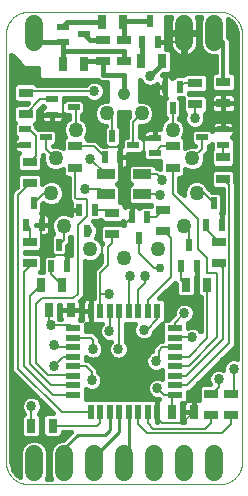
<source format=gtl>
G75*
%MOIN*%
%OFA0B0*%
%FSLAX25Y25*%
%IPPOS*%
%LPD*%
%AMOC8*
5,1,8,0,0,1.08239X$1,22.5*
%
%ADD10C,0.00000*%
%ADD11C,0.04961*%
%ADD12R,0.05000X0.02200*%
%ADD13R,0.02200X0.05000*%
%ADD14C,0.06000*%
%ADD15R,0.01969X0.03937*%
%ADD16R,0.03150X0.04724*%
%ADD17R,0.04724X0.03150*%
%ADD18R,0.03937X0.01969*%
%ADD19R,0.05906X0.03543*%
%ADD20C,0.04156*%
%ADD21C,0.01600*%
%ADD22C,0.00800*%
%ADD23C,0.03369*%
%ADD24C,0.01200*%
%ADD25C,0.01000*%
%ADD26C,0.02975*%
D10*
X0001800Y0009513D02*
X0001800Y0151994D01*
X0001802Y0152175D01*
X0001809Y0152356D01*
X0001820Y0152537D01*
X0001835Y0152718D01*
X0001855Y0152898D01*
X0001879Y0153078D01*
X0001907Y0153257D01*
X0001940Y0153435D01*
X0001977Y0153612D01*
X0002018Y0153789D01*
X0002063Y0153964D01*
X0002113Y0154139D01*
X0002167Y0154312D01*
X0002225Y0154483D01*
X0002287Y0154654D01*
X0002354Y0154822D01*
X0002424Y0154989D01*
X0002498Y0155155D01*
X0002577Y0155318D01*
X0002659Y0155479D01*
X0002745Y0155639D01*
X0002835Y0155796D01*
X0002929Y0155951D01*
X0003026Y0156104D01*
X0003128Y0156254D01*
X0003232Y0156402D01*
X0003341Y0156548D01*
X0003452Y0156690D01*
X0003568Y0156830D01*
X0003686Y0156967D01*
X0003808Y0157102D01*
X0003933Y0157233D01*
X0004061Y0157361D01*
X0004192Y0157486D01*
X0004327Y0157608D01*
X0004464Y0157726D01*
X0004604Y0157842D01*
X0004746Y0157953D01*
X0004892Y0158062D01*
X0005040Y0158166D01*
X0005190Y0158268D01*
X0005343Y0158365D01*
X0005498Y0158459D01*
X0005655Y0158549D01*
X0005815Y0158635D01*
X0005976Y0158717D01*
X0006139Y0158796D01*
X0006305Y0158870D01*
X0006472Y0158940D01*
X0006640Y0159007D01*
X0006811Y0159069D01*
X0006982Y0159127D01*
X0007155Y0159181D01*
X0007330Y0159231D01*
X0007505Y0159276D01*
X0007682Y0159317D01*
X0007859Y0159354D01*
X0008037Y0159387D01*
X0008216Y0159415D01*
X0008396Y0159439D01*
X0008576Y0159459D01*
X0008757Y0159474D01*
X0008938Y0159485D01*
X0009119Y0159492D01*
X0009300Y0159494D01*
X0073040Y0159494D01*
X0073221Y0159492D01*
X0073402Y0159485D01*
X0073583Y0159474D01*
X0073764Y0159459D01*
X0073944Y0159439D01*
X0074124Y0159415D01*
X0074303Y0159387D01*
X0074481Y0159354D01*
X0074658Y0159317D01*
X0074835Y0159276D01*
X0075010Y0159231D01*
X0075185Y0159181D01*
X0075358Y0159127D01*
X0075529Y0159069D01*
X0075700Y0159007D01*
X0075868Y0158940D01*
X0076035Y0158870D01*
X0076201Y0158796D01*
X0076364Y0158717D01*
X0076525Y0158635D01*
X0076685Y0158549D01*
X0076842Y0158459D01*
X0076997Y0158365D01*
X0077150Y0158268D01*
X0077300Y0158166D01*
X0077448Y0158062D01*
X0077594Y0157953D01*
X0077736Y0157842D01*
X0077876Y0157726D01*
X0078013Y0157608D01*
X0078148Y0157486D01*
X0078279Y0157361D01*
X0078407Y0157233D01*
X0078532Y0157102D01*
X0078654Y0156967D01*
X0078772Y0156830D01*
X0078888Y0156690D01*
X0078999Y0156548D01*
X0079108Y0156402D01*
X0079212Y0156254D01*
X0079314Y0156104D01*
X0079411Y0155951D01*
X0079505Y0155796D01*
X0079595Y0155639D01*
X0079681Y0155479D01*
X0079763Y0155318D01*
X0079842Y0155155D01*
X0079916Y0154989D01*
X0079986Y0154822D01*
X0080053Y0154654D01*
X0080115Y0154483D01*
X0080173Y0154312D01*
X0080227Y0154139D01*
X0080277Y0153964D01*
X0080322Y0153789D01*
X0080363Y0153612D01*
X0080400Y0153435D01*
X0080433Y0153257D01*
X0080461Y0153078D01*
X0080485Y0152898D01*
X0080505Y0152718D01*
X0080520Y0152537D01*
X0080531Y0152356D01*
X0080538Y0152175D01*
X0080540Y0151994D01*
X0080540Y0009513D01*
X0080538Y0009332D01*
X0080531Y0009151D01*
X0080520Y0008970D01*
X0080505Y0008789D01*
X0080485Y0008609D01*
X0080461Y0008429D01*
X0080433Y0008250D01*
X0080400Y0008072D01*
X0080363Y0007895D01*
X0080322Y0007718D01*
X0080277Y0007543D01*
X0080227Y0007368D01*
X0080173Y0007195D01*
X0080115Y0007024D01*
X0080053Y0006853D01*
X0079986Y0006685D01*
X0079916Y0006518D01*
X0079842Y0006352D01*
X0079763Y0006189D01*
X0079681Y0006028D01*
X0079595Y0005868D01*
X0079505Y0005711D01*
X0079411Y0005556D01*
X0079314Y0005403D01*
X0079212Y0005253D01*
X0079108Y0005105D01*
X0078999Y0004959D01*
X0078888Y0004817D01*
X0078772Y0004677D01*
X0078654Y0004540D01*
X0078532Y0004405D01*
X0078407Y0004274D01*
X0078279Y0004146D01*
X0078148Y0004021D01*
X0078013Y0003899D01*
X0077876Y0003781D01*
X0077736Y0003665D01*
X0077594Y0003554D01*
X0077448Y0003445D01*
X0077300Y0003341D01*
X0077150Y0003239D01*
X0076997Y0003142D01*
X0076842Y0003048D01*
X0076685Y0002958D01*
X0076525Y0002872D01*
X0076364Y0002790D01*
X0076201Y0002711D01*
X0076035Y0002637D01*
X0075868Y0002567D01*
X0075700Y0002500D01*
X0075529Y0002438D01*
X0075358Y0002380D01*
X0075185Y0002326D01*
X0075010Y0002276D01*
X0074835Y0002231D01*
X0074658Y0002190D01*
X0074481Y0002153D01*
X0074303Y0002120D01*
X0074124Y0002092D01*
X0073944Y0002068D01*
X0073764Y0002048D01*
X0073583Y0002033D01*
X0073402Y0002022D01*
X0073221Y0002015D01*
X0073040Y0002013D01*
X0009300Y0002013D01*
X0009119Y0002015D01*
X0008938Y0002022D01*
X0008757Y0002033D01*
X0008576Y0002048D01*
X0008396Y0002068D01*
X0008216Y0002092D01*
X0008037Y0002120D01*
X0007859Y0002153D01*
X0007682Y0002190D01*
X0007505Y0002231D01*
X0007330Y0002276D01*
X0007155Y0002326D01*
X0006982Y0002380D01*
X0006811Y0002438D01*
X0006640Y0002500D01*
X0006472Y0002567D01*
X0006305Y0002637D01*
X0006139Y0002711D01*
X0005976Y0002790D01*
X0005815Y0002872D01*
X0005655Y0002958D01*
X0005498Y0003048D01*
X0005343Y0003142D01*
X0005190Y0003239D01*
X0005040Y0003341D01*
X0004892Y0003445D01*
X0004746Y0003554D01*
X0004604Y0003665D01*
X0004464Y0003781D01*
X0004327Y0003899D01*
X0004192Y0004021D01*
X0004061Y0004146D01*
X0003933Y0004274D01*
X0003808Y0004405D01*
X0003686Y0004540D01*
X0003568Y0004677D01*
X0003452Y0004817D01*
X0003341Y0004959D01*
X0003232Y0005105D01*
X0003128Y0005253D01*
X0003026Y0005403D01*
X0002929Y0005556D01*
X0002835Y0005711D01*
X0002745Y0005868D01*
X0002659Y0006028D01*
X0002577Y0006189D01*
X0002498Y0006352D01*
X0002424Y0006518D01*
X0002354Y0006685D01*
X0002287Y0006853D01*
X0002225Y0007024D01*
X0002167Y0007195D01*
X0002113Y0007368D01*
X0002063Y0007543D01*
X0002018Y0007718D01*
X0001977Y0007895D01*
X0001940Y0008072D01*
X0001907Y0008250D01*
X0001879Y0008429D01*
X0001855Y0008609D01*
X0001835Y0008789D01*
X0001820Y0008970D01*
X0001809Y0009151D01*
X0001802Y0009332D01*
X0001800Y0009513D01*
D11*
X0029845Y0080360D03*
X0021114Y0088095D03*
X0016978Y0099001D03*
X0018384Y0110580D03*
X0025010Y0120180D03*
X0035338Y0125600D03*
X0047002Y0125600D03*
X0057330Y0120180D03*
X0063956Y0110580D03*
X0065362Y0099001D03*
X0061226Y0088095D03*
X0052495Y0080360D03*
X0041170Y0077569D03*
D12*
X0024270Y0053907D03*
X0024270Y0050757D03*
X0024270Y0047608D03*
X0024270Y0044458D03*
X0024270Y0041309D03*
X0024270Y0038159D03*
X0024270Y0035009D03*
X0024270Y0031860D03*
X0058070Y0031860D03*
X0058070Y0035009D03*
X0058070Y0038159D03*
X0058070Y0041309D03*
X0058070Y0044458D03*
X0058070Y0047608D03*
X0058070Y0050757D03*
X0058070Y0053907D03*
D13*
X0052194Y0059783D03*
X0049044Y0059783D03*
X0045894Y0059783D03*
X0042745Y0059783D03*
X0039595Y0059783D03*
X0036446Y0059783D03*
X0033296Y0059783D03*
X0030146Y0059783D03*
X0030146Y0025983D03*
X0033296Y0025983D03*
X0036446Y0025983D03*
X0039595Y0025983D03*
X0042745Y0025983D03*
X0045894Y0025983D03*
X0049044Y0025983D03*
X0052194Y0025983D03*
D14*
X0051170Y0012100D02*
X0051170Y0006100D01*
X0041170Y0006100D02*
X0041170Y0012100D01*
X0031170Y0012100D02*
X0031170Y0006100D01*
X0021170Y0006100D02*
X0021170Y0012100D01*
X0011170Y0012100D02*
X0011170Y0006100D01*
X0061170Y0006100D02*
X0061170Y0012100D01*
X0071170Y0012100D02*
X0071170Y0006100D01*
X0071170Y0149407D02*
X0071170Y0155407D01*
X0061170Y0155407D02*
X0061170Y0149407D01*
X0011170Y0149407D02*
X0011170Y0155407D01*
D15*
X0034741Y0110970D03*
X0037300Y0118057D03*
X0039859Y0110970D03*
X0031359Y0093557D03*
X0028800Y0086470D03*
X0026241Y0093557D03*
X0019517Y0081860D03*
X0022076Y0074773D03*
X0016957Y0074773D03*
X0013733Y0088553D03*
X0011174Y0095639D03*
X0008615Y0088553D03*
X0043741Y0091057D03*
X0046300Y0083970D03*
X0048859Y0091057D03*
X0060265Y0074773D03*
X0062824Y0081860D03*
X0065383Y0074773D03*
X0068607Y0088553D03*
X0071166Y0095639D03*
X0073725Y0088553D03*
X0057355Y0127470D03*
X0054796Y0134557D03*
X0059914Y0134557D03*
X0052359Y0149470D03*
X0049800Y0156557D03*
X0047241Y0149470D03*
D16*
X0046757Y0143013D03*
X0053843Y0143013D03*
X0040843Y0156013D03*
X0033757Y0156013D03*
X0027843Y0142013D03*
X0020757Y0142013D03*
X0020627Y0068521D03*
X0023343Y0060013D03*
X0016257Y0060013D03*
X0013540Y0068521D03*
X0010257Y0021513D03*
X0017343Y0021513D03*
X0057257Y0026013D03*
X0064343Y0026013D03*
X0061780Y0068506D03*
X0068867Y0068506D03*
D17*
X0072666Y0075773D03*
X0072666Y0082860D03*
X0074166Y0103832D03*
X0074166Y0110919D03*
X0074300Y0128970D03*
X0074300Y0136057D03*
X0064942Y0135801D03*
X0064942Y0128714D03*
X0057418Y0114643D03*
X0057418Y0107557D03*
X0054300Y0093557D03*
X0054300Y0086470D03*
X0037300Y0085470D03*
X0037300Y0092557D03*
X0024922Y0107557D03*
X0024922Y0114643D03*
X0034300Y0142970D03*
X0034300Y0150057D03*
X0041300Y0150057D03*
X0041300Y0142970D03*
X0009674Y0109419D03*
X0009674Y0102332D03*
X0009674Y0082860D03*
X0009674Y0075773D03*
X0008442Y0125466D03*
X0008442Y0132553D03*
X0070300Y0032057D03*
X0070300Y0024970D03*
X0076800Y0024970D03*
X0076800Y0032057D03*
D18*
X0051343Y0112454D03*
X0051343Y0117572D03*
X0044257Y0115013D03*
X0027843Y0152013D03*
X0020757Y0149454D03*
X0020757Y0154572D03*
X0017257Y0130257D03*
X0017257Y0125139D03*
X0015186Y0117687D03*
X0008099Y0120246D03*
X0008099Y0115128D03*
X0024343Y0127698D03*
X0067154Y0117687D03*
X0074241Y0120246D03*
X0074241Y0115128D03*
D19*
X0047272Y0105285D03*
X0047272Y0098592D03*
X0035068Y0098592D03*
X0035068Y0105285D03*
D20*
X0041300Y0132013D03*
D21*
X0004221Y0006926D02*
X0005269Y0005483D01*
X0006644Y0004484D01*
X0006370Y0005145D01*
X0006370Y0013055D01*
X0007101Y0014819D01*
X0008451Y0016169D01*
X0010215Y0016900D01*
X0012125Y0016900D01*
X0013889Y0016169D01*
X0015239Y0014819D01*
X0015970Y0013055D01*
X0015970Y0005145D01*
X0015418Y0003813D01*
X0016922Y0003813D01*
X0016370Y0005145D01*
X0016370Y0013055D01*
X0017101Y0014819D01*
X0018451Y0016169D01*
X0020215Y0016900D01*
X0020934Y0016900D01*
X0023347Y0019313D01*
X0020718Y0019313D01*
X0020718Y0018406D01*
X0019664Y0017351D01*
X0015023Y0017351D01*
X0013969Y0018406D01*
X0013969Y0024621D01*
X0015023Y0025676D01*
X0017527Y0025676D01*
X0013281Y0029921D01*
X0013784Y0028706D01*
X0013784Y0027320D01*
X0013254Y0026040D01*
X0012733Y0025519D01*
X0013631Y0024621D01*
X0013631Y0018406D01*
X0012577Y0017351D01*
X0007936Y0017351D01*
X0006882Y0018406D01*
X0006882Y0024621D01*
X0007823Y0025563D01*
X0007346Y0026040D01*
X0006816Y0027320D01*
X0006816Y0028706D01*
X0007346Y0029987D01*
X0008326Y0030967D01*
X0009607Y0031498D01*
X0010993Y0031498D01*
X0012208Y0030995D01*
X0003600Y0039602D01*
X0003600Y0099370D01*
X0004889Y0100658D01*
X0005512Y0101281D01*
X0005512Y0104653D01*
X0006566Y0105707D01*
X0012782Y0105707D01*
X0013836Y0104653D01*
X0013836Y0101913D01*
X0014553Y0102630D01*
X0016127Y0103281D01*
X0017829Y0103281D01*
X0019403Y0102630D01*
X0020607Y0101426D01*
X0021258Y0099853D01*
X0021258Y0098150D01*
X0020607Y0096577D01*
X0019403Y0095373D01*
X0017829Y0094721D01*
X0016127Y0094721D01*
X0014553Y0095373D01*
X0014286Y0095640D01*
X0013958Y0095312D01*
X0013958Y0092925D01*
X0013354Y0092321D01*
X0013733Y0092321D01*
X0013733Y0088553D01*
X0013733Y0088553D01*
X0013733Y0092321D01*
X0014954Y0092321D01*
X0015412Y0092199D01*
X0015823Y0091962D01*
X0016158Y0091626D01*
X0016395Y0091216D01*
X0016517Y0090758D01*
X0016517Y0088553D01*
X0013733Y0088553D01*
X0011726Y0088553D01*
X0011726Y0088553D01*
X0013733Y0088553D01*
X0013733Y0088553D01*
X0013733Y0088553D01*
X0016517Y0088553D01*
X0016517Y0086347D01*
X0016395Y0085889D01*
X0016158Y0085479D01*
X0015823Y0085144D01*
X0015412Y0084907D01*
X0014954Y0084784D01*
X0013836Y0084784D01*
X0013836Y0080539D01*
X0012782Y0079485D01*
X0008000Y0079485D01*
X0008000Y0079148D01*
X0012782Y0079148D01*
X0013836Y0078094D01*
X0013836Y0073453D01*
X0013067Y0072683D01*
X0014173Y0072683D01*
X0014173Y0077487D01*
X0015228Y0078542D01*
X0017336Y0078542D01*
X0016732Y0079146D01*
X0016732Y0084574D01*
X0017657Y0085499D01*
X0017485Y0085670D01*
X0016834Y0087243D01*
X0016834Y0088946D01*
X0017485Y0090519D01*
X0018690Y0091724D01*
X0020263Y0092375D01*
X0021966Y0092375D01*
X0023457Y0091758D01*
X0023457Y0093557D01*
X0026241Y0093557D01*
X0026241Y0093557D01*
X0023457Y0093557D01*
X0023457Y0095762D01*
X0023479Y0095845D01*
X0022722Y0096602D01*
X0022722Y0104182D01*
X0021814Y0104182D01*
X0020760Y0105236D01*
X0020760Y0106932D01*
X0019235Y0106300D01*
X0017532Y0106300D01*
X0015959Y0106952D01*
X0014755Y0108156D01*
X0014104Y0109729D01*
X0014104Y0111432D01*
X0014197Y0111656D01*
X0014000Y0111853D01*
X0014000Y0110634D01*
X0013836Y0110470D01*
X0013836Y0107098D01*
X0012782Y0106044D01*
X0006566Y0106044D01*
X0005512Y0107098D01*
X0005512Y0111739D01*
X0006116Y0112343D01*
X0005894Y0112343D01*
X0005436Y0112466D01*
X0005025Y0112703D01*
X0004690Y0113038D01*
X0004453Y0113449D01*
X0004331Y0113906D01*
X0004331Y0115127D01*
X0008099Y0115127D01*
X0008099Y0115128D01*
X0004331Y0115128D01*
X0004331Y0116349D01*
X0004453Y0116807D01*
X0004690Y0117217D01*
X0005025Y0117552D01*
X0005196Y0117651D01*
X0004331Y0118516D01*
X0004331Y0121976D01*
X0004890Y0122535D01*
X0004280Y0123146D01*
X0004280Y0127787D01*
X0005334Y0128841D01*
X0008705Y0128841D01*
X0009042Y0129178D01*
X0005334Y0129178D01*
X0004280Y0130232D01*
X0004280Y0134873D01*
X0005334Y0135928D01*
X0011550Y0135928D01*
X0012264Y0135213D01*
X0028573Y0135213D01*
X0029326Y0135967D01*
X0030607Y0136498D01*
X0031993Y0136498D01*
X0033274Y0135967D01*
X0034254Y0134987D01*
X0034784Y0133706D01*
X0034784Y0132320D01*
X0034254Y0131040D01*
X0033274Y0130060D01*
X0031993Y0129529D01*
X0030607Y0129529D01*
X0029326Y0130060D01*
X0028573Y0130813D01*
X0021025Y0130813D01*
X0021025Y0129879D01*
X0021629Y0130483D01*
X0027057Y0130483D01*
X0028112Y0129428D01*
X0028112Y0125969D01*
X0027210Y0125067D01*
X0027210Y0123901D01*
X0027434Y0123808D01*
X0028639Y0122604D01*
X0029290Y0121031D01*
X0029290Y0119328D01*
X0028639Y0117755D01*
X0028466Y0117582D01*
X0029084Y0116964D01*
X0029084Y0116843D01*
X0031979Y0116843D01*
X0033268Y0115555D01*
X0034084Y0114739D01*
X0035120Y0114739D01*
X0034516Y0115343D01*
X0034516Y0120771D01*
X0035065Y0121320D01*
X0034487Y0121320D01*
X0032914Y0121972D01*
X0031710Y0123176D01*
X0031058Y0124749D01*
X0031058Y0126452D01*
X0031710Y0128025D01*
X0032914Y0129229D01*
X0034487Y0129881D01*
X0035500Y0129881D01*
X0035500Y0135913D01*
X0033783Y0135913D01*
X0032827Y0136309D01*
X0032423Y0136713D01*
X0013554Y0136713D01*
X0012500Y0137768D01*
X0012500Y0140813D01*
X0007889Y0140813D01*
X0004389Y0144313D01*
X0003600Y0145102D01*
X0003600Y0009513D01*
X0003670Y0008622D01*
X0004221Y0006926D01*
X0004306Y0006809D02*
X0006370Y0006809D01*
X0006370Y0008407D02*
X0003740Y0008407D01*
X0003600Y0010006D02*
X0006370Y0010006D01*
X0006370Y0011604D02*
X0003600Y0011604D01*
X0003600Y0013203D02*
X0006431Y0013203D01*
X0007094Y0014801D02*
X0003600Y0014801D01*
X0003600Y0016400D02*
X0009008Y0016400D01*
X0007289Y0017998D02*
X0003600Y0017998D01*
X0003600Y0019597D02*
X0006882Y0019597D01*
X0006882Y0021196D02*
X0003600Y0021196D01*
X0003600Y0022794D02*
X0006882Y0022794D01*
X0006882Y0024393D02*
X0003600Y0024393D01*
X0003600Y0025991D02*
X0007395Y0025991D01*
X0006816Y0027590D02*
X0003600Y0027590D01*
X0003600Y0029188D02*
X0007015Y0029188D01*
X0008146Y0030787D02*
X0003600Y0030787D01*
X0003600Y0032385D02*
X0010817Y0032385D01*
X0009218Y0033984D02*
X0003600Y0033984D01*
X0003600Y0035582D02*
X0007620Y0035582D01*
X0006021Y0037181D02*
X0003600Y0037181D01*
X0003600Y0038779D02*
X0004423Y0038779D01*
X0003600Y0040378D02*
X0003600Y0040378D01*
X0003600Y0041976D02*
X0003600Y0041976D01*
X0003600Y0043575D02*
X0003600Y0043575D01*
X0003600Y0045173D02*
X0003600Y0045173D01*
X0003600Y0046772D02*
X0003600Y0046772D01*
X0003600Y0048370D02*
X0003600Y0048370D01*
X0003600Y0049969D02*
X0003600Y0049969D01*
X0003600Y0051567D02*
X0003600Y0051567D01*
X0003600Y0053166D02*
X0003600Y0053166D01*
X0003600Y0054764D02*
X0003600Y0054764D01*
X0003600Y0056363D02*
X0003600Y0056363D01*
X0003600Y0057961D02*
X0003600Y0057961D01*
X0003600Y0059560D02*
X0003600Y0059560D01*
X0003600Y0061158D02*
X0003600Y0061158D01*
X0003600Y0062757D02*
X0003600Y0062757D01*
X0003600Y0064355D02*
X0003600Y0064355D01*
X0003600Y0065954D02*
X0003600Y0065954D01*
X0003600Y0067552D02*
X0003600Y0067552D01*
X0003600Y0069151D02*
X0003600Y0069151D01*
X0003600Y0070749D02*
X0003600Y0070749D01*
X0003600Y0072348D02*
X0003600Y0072348D01*
X0003600Y0073946D02*
X0003600Y0073946D01*
X0003600Y0075545D02*
X0003600Y0075545D01*
X0003600Y0077143D02*
X0003600Y0077143D01*
X0003600Y0078742D02*
X0003600Y0078742D01*
X0003600Y0080340D02*
X0003600Y0080340D01*
X0003600Y0081939D02*
X0003600Y0081939D01*
X0003600Y0083537D02*
X0003600Y0083537D01*
X0003600Y0085136D02*
X0003600Y0085136D01*
X0003600Y0086734D02*
X0003600Y0086734D01*
X0003600Y0088333D02*
X0003600Y0088333D01*
X0003600Y0089932D02*
X0003600Y0089932D01*
X0003600Y0091530D02*
X0003600Y0091530D01*
X0003600Y0093129D02*
X0003600Y0093129D01*
X0003600Y0094727D02*
X0003600Y0094727D01*
X0003600Y0096326D02*
X0003600Y0096326D01*
X0003600Y0097924D02*
X0003600Y0097924D01*
X0003600Y0099523D02*
X0003753Y0099523D01*
X0003600Y0101121D02*
X0005352Y0101121D01*
X0005512Y0102720D02*
X0003600Y0102720D01*
X0003600Y0104318D02*
X0005512Y0104318D01*
X0003600Y0105917D02*
X0020760Y0105917D01*
X0021678Y0104318D02*
X0013836Y0104318D01*
X0013836Y0102720D02*
X0014770Y0102720D01*
X0015396Y0107515D02*
X0013836Y0107515D01*
X0013836Y0109114D02*
X0014358Y0109114D01*
X0014104Y0110712D02*
X0014000Y0110712D01*
X0017386Y0114800D02*
X0017386Y0114902D01*
X0017900Y0114902D01*
X0018954Y0115957D01*
X0018954Y0119416D01*
X0017900Y0120471D01*
X0012472Y0120471D01*
X0012463Y0120462D01*
X0011868Y0121057D01*
X0011868Y0121976D01*
X0011651Y0122193D01*
X0012604Y0123146D01*
X0012604Y0126517D01*
X0014051Y0127964D01*
X0014353Y0127662D01*
X0014183Y0127564D01*
X0013848Y0127229D01*
X0013611Y0126818D01*
X0013488Y0126361D01*
X0013488Y0125139D01*
X0013488Y0123918D01*
X0013611Y0123460D01*
X0013848Y0123050D01*
X0014183Y0122715D01*
X0014593Y0122478D01*
X0015051Y0122355D01*
X0017257Y0122355D01*
X0019462Y0122355D01*
X0019920Y0122478D01*
X0020330Y0122715D01*
X0020666Y0123050D01*
X0020903Y0123460D01*
X0021025Y0123918D01*
X0021025Y0125139D01*
X0017257Y0125139D01*
X0017257Y0125139D01*
X0017257Y0122355D01*
X0017257Y0125139D01*
X0017257Y0125139D01*
X0021025Y0125139D01*
X0021025Y0125518D01*
X0021629Y0124914D01*
X0022810Y0124914D01*
X0022810Y0123901D01*
X0022585Y0123808D01*
X0021381Y0122604D01*
X0020730Y0121031D01*
X0020730Y0119328D01*
X0021381Y0117755D01*
X0021466Y0117670D01*
X0020760Y0116964D01*
X0020760Y0114229D01*
X0019235Y0114861D01*
X0017532Y0114861D01*
X0017386Y0114800D01*
X0018505Y0115508D02*
X0020760Y0115508D01*
X0020902Y0117106D02*
X0018954Y0117106D01*
X0018954Y0118705D02*
X0020988Y0118705D01*
X0020730Y0120303D02*
X0018068Y0120303D01*
X0017257Y0123500D02*
X0017257Y0123500D01*
X0017257Y0125099D02*
X0017257Y0125099D01*
X0017257Y0125139D02*
X0013488Y0125139D01*
X0017257Y0125139D01*
X0017257Y0125139D01*
X0013488Y0125099D02*
X0012604Y0125099D01*
X0012604Y0123500D02*
X0013600Y0123500D01*
X0011868Y0121902D02*
X0021090Y0121902D01*
X0020913Y0123500D02*
X0022277Y0123500D01*
X0021445Y0125099D02*
X0021025Y0125099D01*
X0021025Y0129894D02*
X0021041Y0129894D01*
X0027242Y0125099D02*
X0031058Y0125099D01*
X0031160Y0126697D02*
X0028112Y0126697D01*
X0028112Y0128296D02*
X0031980Y0128296D01*
X0032875Y0129894D02*
X0035500Y0129894D01*
X0035500Y0131493D02*
X0034441Y0131493D01*
X0034784Y0133091D02*
X0035500Y0133091D01*
X0035500Y0134690D02*
X0034377Y0134690D01*
X0032878Y0136288D02*
X0032498Y0136288D01*
X0034300Y0138513D02*
X0041300Y0138513D01*
X0041300Y0132013D01*
X0042722Y0126213D02*
X0039618Y0126213D01*
X0039618Y0124749D01*
X0039500Y0124463D01*
X0039500Y0121355D01*
X0040084Y0120771D01*
X0040084Y0115343D01*
X0039480Y0114739D01*
X0039859Y0114739D01*
X0039859Y0110970D01*
X0039859Y0110970D01*
X0039859Y0107202D01*
X0041080Y0107202D01*
X0041538Y0107324D01*
X0041949Y0107561D01*
X0042284Y0107896D01*
X0042521Y0108307D01*
X0042643Y0108765D01*
X0042643Y0110970D01*
X0039859Y0110970D01*
X0039859Y0107202D01*
X0039820Y0107202D01*
X0039820Y0102768D01*
X0038991Y0101939D01*
X0039820Y0101109D01*
X0039820Y0096075D01*
X0039677Y0095931D01*
X0040408Y0095931D01*
X0041462Y0094877D01*
X0041462Y0094276D01*
X0041651Y0094466D01*
X0042062Y0094703D01*
X0042520Y0094825D01*
X0043741Y0094825D01*
X0043741Y0091057D01*
X0043741Y0091057D01*
X0043741Y0094825D01*
X0044962Y0094825D01*
X0045420Y0094703D01*
X0045830Y0094466D01*
X0046166Y0094130D01*
X0046264Y0093960D01*
X0047129Y0094825D01*
X0050138Y0094825D01*
X0050138Y0095020D01*
X0043574Y0095020D01*
X0042520Y0096075D01*
X0042520Y0101109D01*
X0043349Y0101939D01*
X0042520Y0102768D01*
X0042520Y0107802D01*
X0043574Y0108857D01*
X0050971Y0108857D01*
X0052025Y0107802D01*
X0052025Y0107485D01*
X0052940Y0107485D01*
X0053256Y0107169D01*
X0053256Y0109670D01*
X0048629Y0109670D01*
X0047575Y0110724D01*
X0047575Y0112833D01*
X0046971Y0112229D01*
X0042643Y0112229D01*
X0042643Y0110970D01*
X0039859Y0110970D01*
X0039859Y0110970D01*
X0039859Y0110970D01*
X0039859Y0114739D01*
X0040488Y0114739D01*
X0040488Y0116743D01*
X0041543Y0117798D01*
X0042057Y0117798D01*
X0042057Y0123766D01*
X0042815Y0124524D01*
X0042722Y0124749D01*
X0042722Y0126213D01*
X0042722Y0125099D02*
X0039618Y0125099D01*
X0039500Y0123500D02*
X0042057Y0123500D01*
X0042057Y0121902D02*
X0039500Y0121902D01*
X0040084Y0120303D02*
X0042057Y0120303D01*
X0042057Y0118705D02*
X0040084Y0118705D01*
X0040084Y0117106D02*
X0040851Y0117106D01*
X0040488Y0115508D02*
X0040084Y0115508D01*
X0039859Y0113909D02*
X0039859Y0113909D01*
X0039859Y0112311D02*
X0039859Y0112311D01*
X0039859Y0110712D02*
X0039859Y0110712D01*
X0039859Y0109114D02*
X0039859Y0109114D01*
X0039859Y0107515D02*
X0039859Y0107515D01*
X0039820Y0105917D02*
X0042520Y0105917D01*
X0042520Y0107515D02*
X0041869Y0107515D01*
X0042643Y0109114D02*
X0053256Y0109114D01*
X0053256Y0107515D02*
X0052025Y0107515D01*
X0047587Y0110712D02*
X0042643Y0110712D01*
X0042520Y0104318D02*
X0039820Y0104318D01*
X0039772Y0102720D02*
X0042568Y0102720D01*
X0042531Y0101121D02*
X0039809Y0101121D01*
X0039820Y0099523D02*
X0042520Y0099523D01*
X0042520Y0097924D02*
X0039820Y0097924D01*
X0039820Y0096326D02*
X0042520Y0096326D01*
X0042153Y0094727D02*
X0041462Y0094727D01*
X0043741Y0094727D02*
X0043741Y0094727D01*
X0043741Y0093129D02*
X0043741Y0093129D01*
X0043741Y0091530D02*
X0043741Y0091530D01*
X0045328Y0094727D02*
X0047031Y0094727D01*
X0040957Y0089731D02*
X0040957Y0088851D01*
X0041079Y0088393D01*
X0041126Y0088313D01*
X0040939Y0088313D01*
X0040408Y0088845D01*
X0034192Y0088845D01*
X0033138Y0087790D01*
X0033138Y0083150D01*
X0033981Y0082306D01*
X0033763Y0082087D01*
X0033474Y0082785D01*
X0032269Y0083989D01*
X0031703Y0084224D01*
X0032087Y0084608D01*
X0032587Y0085816D01*
X0032587Y0087124D01*
X0032087Y0088332D01*
X0031584Y0088835D01*
X0031584Y0089184D01*
X0030980Y0089788D01*
X0033089Y0089788D01*
X0033337Y0090037D01*
X0034192Y0089182D01*
X0040408Y0089182D01*
X0040957Y0089731D01*
X0040920Y0088333D02*
X0041114Y0088333D01*
X0033680Y0088333D02*
X0032086Y0088333D01*
X0032587Y0086734D02*
X0033138Y0086734D01*
X0033138Y0085136D02*
X0032306Y0085136D01*
X0032721Y0083537D02*
X0033138Y0083537D01*
X0033600Y0078241D02*
X0033600Y0075925D01*
X0032389Y0074713D01*
X0031100Y0073425D01*
X0031100Y0064083D01*
X0030147Y0064083D01*
X0030147Y0059784D01*
X0030146Y0059784D01*
X0030146Y0064083D01*
X0028809Y0064083D01*
X0028352Y0063961D01*
X0027941Y0063724D01*
X0027606Y0063389D01*
X0027369Y0062978D01*
X0027246Y0062520D01*
X0027246Y0059784D01*
X0030146Y0059784D01*
X0030146Y0059783D01*
X0027246Y0059783D01*
X0027246Y0057046D01*
X0027311Y0056807D01*
X0026509Y0056807D01*
X0026595Y0056956D01*
X0026718Y0057414D01*
X0026718Y0060013D01*
X0023343Y0060013D01*
X0019969Y0060013D01*
X0019969Y0057414D01*
X0020022Y0057213D01*
X0019631Y0057213D01*
X0019631Y0061813D01*
X0019969Y0061813D01*
X0019968Y0060013D01*
X0023343Y0060013D01*
X0023343Y0060013D01*
X0023343Y0060013D01*
X0026718Y0060013D01*
X0026718Y0062613D01*
X0026595Y0063070D01*
X0026549Y0063151D01*
X0026711Y0063313D01*
X0028000Y0064602D01*
X0028000Y0076491D01*
X0028993Y0076080D01*
X0030696Y0076080D01*
X0032269Y0076732D01*
X0033474Y0077936D01*
X0033600Y0078241D01*
X0033600Y0077143D02*
X0032681Y0077143D01*
X0033220Y0075545D02*
X0028000Y0075545D01*
X0028000Y0073946D02*
X0031622Y0073946D01*
X0031100Y0072348D02*
X0028000Y0072348D01*
X0028000Y0070749D02*
X0031100Y0070749D01*
X0031100Y0069151D02*
X0028000Y0069151D01*
X0028000Y0067552D02*
X0031100Y0067552D01*
X0031100Y0065954D02*
X0028000Y0065954D01*
X0027753Y0064355D02*
X0031100Y0064355D01*
X0030147Y0062757D02*
X0030146Y0062757D01*
X0030146Y0061158D02*
X0030147Y0061158D01*
X0030147Y0059783D02*
X0030147Y0055483D01*
X0033843Y0055483D01*
X0033346Y0054987D01*
X0032816Y0053706D01*
X0032816Y0052320D01*
X0033346Y0051040D01*
X0034326Y0050060D01*
X0035607Y0049529D01*
X0036888Y0049529D01*
X0036346Y0048987D01*
X0035816Y0047706D01*
X0035816Y0046320D01*
X0036346Y0045040D01*
X0037326Y0044060D01*
X0038607Y0043529D01*
X0039993Y0043529D01*
X0041274Y0044060D01*
X0042254Y0045040D01*
X0042784Y0046320D01*
X0042784Y0047706D01*
X0042254Y0048987D01*
X0041795Y0049446D01*
X0041795Y0055483D01*
X0044845Y0055483D01*
X0044316Y0054206D01*
X0044316Y0052820D01*
X0044846Y0051540D01*
X0045826Y0050560D01*
X0047107Y0050029D01*
X0048493Y0050029D01*
X0049774Y0050560D01*
X0050754Y0051540D01*
X0051284Y0052820D01*
X0051284Y0052886D01*
X0053770Y0055372D01*
X0053770Y0049808D01*
X0052983Y0049808D01*
X0051889Y0048713D01*
X0050600Y0047425D01*
X0050600Y0046288D01*
X0049826Y0045967D01*
X0048846Y0044987D01*
X0048316Y0043706D01*
X0048316Y0042320D01*
X0048846Y0041040D01*
X0049826Y0040060D01*
X0051107Y0039529D01*
X0052493Y0039529D01*
X0053770Y0040058D01*
X0053770Y0037176D01*
X0052993Y0037498D01*
X0051607Y0037498D01*
X0050326Y0036967D01*
X0049346Y0035987D01*
X0048816Y0034706D01*
X0048816Y0033320D01*
X0049346Y0032040D01*
X0050326Y0031060D01*
X0051607Y0030529D01*
X0052673Y0030529D01*
X0052919Y0030283D01*
X0052194Y0030283D01*
X0052194Y0025984D01*
X0052194Y0025984D01*
X0052194Y0030283D01*
X0028570Y0030283D01*
X0028570Y0033600D01*
X0029707Y0033129D01*
X0031093Y0033129D01*
X0032374Y0033660D01*
X0033354Y0034640D01*
X0033884Y0035920D01*
X0033884Y0037306D01*
X0033354Y0038587D01*
X0032600Y0039341D01*
X0032600Y0040325D01*
X0031311Y0041613D01*
X0029416Y0043509D01*
X0028570Y0043509D01*
X0028570Y0044316D01*
X0028826Y0044060D01*
X0030107Y0043529D01*
X0031493Y0043529D01*
X0032774Y0044060D01*
X0033754Y0045040D01*
X0034284Y0046320D01*
X0034284Y0047706D01*
X0033754Y0048987D01*
X0033000Y0049741D01*
X0033000Y0050925D01*
X0031711Y0052213D01*
X0030967Y0052957D01*
X0028570Y0052957D01*
X0028570Y0055548D01*
X0028809Y0055483D01*
X0030146Y0055483D01*
X0030146Y0059783D01*
X0030147Y0059783D01*
X0030146Y0059560D02*
X0030147Y0059560D01*
X0030146Y0057961D02*
X0030147Y0057961D01*
X0030146Y0056363D02*
X0030147Y0056363D01*
X0028570Y0054764D02*
X0033254Y0054764D01*
X0032816Y0053166D02*
X0028570Y0053166D01*
X0027246Y0057961D02*
X0026718Y0057961D01*
X0026718Y0059560D02*
X0027246Y0059560D01*
X0027246Y0061158D02*
X0026718Y0061158D01*
X0026679Y0062757D02*
X0027310Y0062757D01*
X0032357Y0051567D02*
X0033128Y0051567D01*
X0033000Y0049969D02*
X0034546Y0049969D01*
X0034009Y0048370D02*
X0036091Y0048370D01*
X0035816Y0046772D02*
X0034284Y0046772D01*
X0033809Y0045173D02*
X0036291Y0045173D01*
X0038497Y0043575D02*
X0031603Y0043575D01*
X0030948Y0041976D02*
X0048458Y0041976D01*
X0048316Y0043575D02*
X0040103Y0043575D01*
X0042309Y0045173D02*
X0049032Y0045173D01*
X0050600Y0046772D02*
X0042784Y0046772D01*
X0042509Y0048370D02*
X0051546Y0048370D01*
X0053770Y0049969D02*
X0041795Y0049969D01*
X0041795Y0051567D02*
X0044835Y0051567D01*
X0044316Y0053166D02*
X0041795Y0053166D01*
X0041795Y0054764D02*
X0044547Y0054764D01*
X0050765Y0051567D02*
X0053770Y0051567D01*
X0053770Y0053166D02*
X0051564Y0053166D01*
X0053162Y0054764D02*
X0053770Y0054764D01*
X0055094Y0056807D02*
X0055094Y0063029D01*
X0054039Y0064083D01*
X0052981Y0064083D01*
X0057711Y0068813D01*
X0058065Y0069167D01*
X0058065Y0069110D01*
X0058406Y0068769D01*
X0058406Y0065398D01*
X0059460Y0064343D01*
X0064101Y0064343D01*
X0065155Y0065398D01*
X0065155Y0071005D01*
X0065383Y0071005D01*
X0065492Y0071005D01*
X0065492Y0065398D01*
X0066547Y0064343D01*
X0066667Y0064343D01*
X0066667Y0053074D01*
X0065774Y0053967D01*
X0064493Y0054498D01*
X0063107Y0054498D01*
X0062370Y0054192D01*
X0062370Y0055685D01*
X0063274Y0056060D01*
X0064254Y0057040D01*
X0064784Y0058320D01*
X0064784Y0059706D01*
X0064254Y0060987D01*
X0063274Y0061967D01*
X0061993Y0062498D01*
X0060607Y0062498D01*
X0059326Y0061967D01*
X0058346Y0060987D01*
X0057816Y0059706D01*
X0057816Y0058640D01*
X0055982Y0056807D01*
X0055094Y0056807D01*
X0055094Y0057961D02*
X0057137Y0057961D01*
X0057816Y0059560D02*
X0055094Y0059560D01*
X0055094Y0061158D02*
X0058517Y0061158D01*
X0059448Y0064355D02*
X0053253Y0064355D01*
X0054852Y0065954D02*
X0058406Y0065954D01*
X0058406Y0067552D02*
X0056450Y0067552D01*
X0058049Y0069151D02*
X0058065Y0069151D01*
X0055094Y0062757D02*
X0066667Y0062757D01*
X0066667Y0061158D02*
X0064083Y0061158D01*
X0064784Y0059560D02*
X0066667Y0059560D01*
X0066667Y0057961D02*
X0064636Y0057961D01*
X0063577Y0056363D02*
X0066667Y0056363D01*
X0066667Y0054764D02*
X0062370Y0054764D01*
X0066575Y0053166D02*
X0066667Y0053166D01*
X0066535Y0064355D02*
X0064113Y0064355D01*
X0065155Y0065954D02*
X0065492Y0065954D01*
X0065492Y0067552D02*
X0065155Y0067552D01*
X0065155Y0069151D02*
X0065492Y0069151D01*
X0065492Y0070749D02*
X0065155Y0070749D01*
X0065383Y0071005D02*
X0065383Y0074773D01*
X0065383Y0071005D01*
X0065383Y0072348D02*
X0065383Y0072348D01*
X0065383Y0073946D02*
X0065383Y0073946D01*
X0065383Y0074773D02*
X0065383Y0074773D01*
X0073725Y0088553D02*
X0073725Y0092321D01*
X0073346Y0092321D01*
X0073950Y0092925D01*
X0073950Y0098353D01*
X0072896Y0099408D01*
X0070509Y0099408D01*
X0070004Y0099912D01*
X0069344Y0100572D01*
X0068991Y0101426D01*
X0067787Y0102630D01*
X0066214Y0103281D01*
X0064511Y0103281D01*
X0062938Y0102630D01*
X0061734Y0101426D01*
X0061082Y0099853D01*
X0061082Y0098343D01*
X0059618Y0099807D01*
X0059618Y0104182D01*
X0060526Y0104182D01*
X0061580Y0105236D01*
X0061580Y0106932D01*
X0063105Y0106300D01*
X0064808Y0106300D01*
X0066381Y0106952D01*
X0067585Y0108156D01*
X0068237Y0109729D01*
X0068237Y0111432D01*
X0068144Y0111656D01*
X0069354Y0112867D01*
X0069354Y0114902D01*
X0069868Y0114902D01*
X0070472Y0115506D01*
X0070472Y0113708D01*
X0070004Y0113239D01*
X0070004Y0108598D01*
X0071058Y0107544D01*
X0077274Y0107544D01*
X0078328Y0108598D01*
X0078328Y0113239D01*
X0078009Y0113558D01*
X0078009Y0116857D01*
X0077144Y0117723D01*
X0077315Y0117821D01*
X0077650Y0118156D01*
X0077887Y0118567D01*
X0078009Y0119024D01*
X0078009Y0120246D01*
X0078009Y0121467D01*
X0077887Y0121925D01*
X0077650Y0122335D01*
X0077315Y0122670D01*
X0076904Y0122907D01*
X0076446Y0123030D01*
X0074241Y0123030D01*
X0074241Y0120246D01*
X0074241Y0120246D01*
X0074241Y0123030D01*
X0072035Y0123030D01*
X0071578Y0122907D01*
X0071167Y0122670D01*
X0070832Y0122335D01*
X0070595Y0121925D01*
X0070472Y0121467D01*
X0070472Y0120246D01*
X0074241Y0120246D01*
X0078009Y0120246D01*
X0074241Y0120246D01*
X0074241Y0120246D01*
X0074241Y0120246D01*
X0070472Y0120246D01*
X0070472Y0119867D01*
X0069868Y0120471D01*
X0064440Y0120471D01*
X0063386Y0119416D01*
X0063386Y0115957D01*
X0064440Y0114902D01*
X0064954Y0114902D01*
X0064954Y0114800D01*
X0064808Y0114861D01*
X0063105Y0114861D01*
X0061580Y0114229D01*
X0061580Y0116964D01*
X0060874Y0117670D01*
X0060959Y0117755D01*
X0061611Y0119328D01*
X0061611Y0121031D01*
X0060959Y0122604D01*
X0059755Y0123808D01*
X0059555Y0123891D01*
X0059555Y0124172D01*
X0060139Y0124756D01*
X0060139Y0130184D01*
X0059535Y0130788D01*
X0060780Y0130788D01*
X0060780Y0126394D01*
X0061653Y0125520D01*
X0061316Y0124706D01*
X0061316Y0123320D01*
X0061846Y0122040D01*
X0062826Y0121060D01*
X0064107Y0120529D01*
X0065493Y0120529D01*
X0066774Y0121060D01*
X0067754Y0122040D01*
X0068284Y0123320D01*
X0068284Y0124706D01*
X0068022Y0125339D01*
X0068050Y0125339D01*
X0069104Y0126394D01*
X0069104Y0131035D01*
X0068050Y0132089D01*
X0062698Y0132089D01*
X0062698Y0132426D01*
X0068050Y0132426D01*
X0069104Y0133480D01*
X0069104Y0138121D01*
X0068050Y0139176D01*
X0061834Y0139176D01*
X0060984Y0138325D01*
X0058184Y0138325D01*
X0057319Y0137460D01*
X0057221Y0137630D01*
X0056886Y0137966D01*
X0056475Y0138203D01*
X0056017Y0138325D01*
X0054796Y0138325D01*
X0053789Y0138325D01*
X0054315Y0138851D01*
X0056164Y0138851D01*
X0057218Y0139906D01*
X0057218Y0146121D01*
X0056164Y0147176D01*
X0055119Y0147176D01*
X0055143Y0147265D01*
X0055143Y0149470D01*
X0052359Y0149470D01*
X0052359Y0149470D01*
X0055143Y0149470D01*
X0055143Y0151676D01*
X0055021Y0152133D01*
X0055000Y0152168D01*
X0055100Y0152268D01*
X0055100Y0157694D01*
X0056948Y0157694D01*
X0056722Y0157250D01*
X0056488Y0156531D01*
X0056370Y0155785D01*
X0056370Y0152607D01*
X0060970Y0152607D01*
X0060970Y0152207D01*
X0061370Y0152207D01*
X0061370Y0144607D01*
X0061548Y0144607D01*
X0062294Y0144725D01*
X0063013Y0144959D01*
X0063686Y0145302D01*
X0064297Y0145746D01*
X0064831Y0146280D01*
X0065275Y0146891D01*
X0065618Y0147565D01*
X0065852Y0148283D01*
X0065970Y0149029D01*
X0065970Y0152207D01*
X0061370Y0152207D01*
X0061370Y0152607D01*
X0065970Y0152607D01*
X0065970Y0155785D01*
X0065852Y0156531D01*
X0065618Y0157250D01*
X0065392Y0157694D01*
X0066922Y0157694D01*
X0066370Y0156362D01*
X0066370Y0148452D01*
X0067101Y0146688D01*
X0068451Y0145338D01*
X0070215Y0144607D01*
X0071900Y0144607D01*
X0071900Y0139431D01*
X0071192Y0139431D01*
X0070138Y0138377D01*
X0070138Y0133736D01*
X0071192Y0132682D01*
X0077408Y0132682D01*
X0078462Y0133736D01*
X0078462Y0138377D01*
X0077408Y0139431D01*
X0076700Y0139431D01*
X0076700Y0149755D01*
X0076335Y0150637D01*
X0075970Y0151001D01*
X0075970Y0156362D01*
X0075696Y0157023D01*
X0077071Y0156024D01*
X0078119Y0154581D01*
X0078670Y0152885D01*
X0078740Y0151994D01*
X0078740Y0043895D01*
X0078493Y0043998D01*
X0077107Y0043998D01*
X0075826Y0043467D01*
X0074846Y0042487D01*
X0074316Y0041206D01*
X0074316Y0040157D01*
X0073493Y0040498D01*
X0072107Y0040498D01*
X0070826Y0039967D01*
X0069846Y0038987D01*
X0069316Y0037706D01*
X0069316Y0036320D01*
X0069684Y0035431D01*
X0067192Y0035431D01*
X0066138Y0034377D01*
X0066138Y0030176D01*
X0064343Y0030176D01*
X0062532Y0030176D01*
X0062370Y0030132D01*
X0062370Y0032809D01*
X0063207Y0032809D01*
X0064496Y0034098D01*
X0078500Y0048102D01*
X0078500Y0102610D01*
X0078328Y0102781D01*
X0078328Y0106153D01*
X0077274Y0107207D01*
X0071058Y0107207D01*
X0070004Y0106153D01*
X0070004Y0101512D01*
X0071058Y0100457D01*
X0074100Y0100457D01*
X0074100Y0092321D01*
X0073725Y0092321D01*
X0073725Y0088553D01*
X0073725Y0088553D01*
X0073725Y0089932D02*
X0073725Y0089932D01*
X0073725Y0091530D02*
X0073725Y0091530D01*
X0073950Y0093129D02*
X0074100Y0093129D01*
X0074100Y0094727D02*
X0073950Y0094727D01*
X0073950Y0096326D02*
X0074100Y0096326D01*
X0074100Y0097924D02*
X0073950Y0097924D01*
X0074100Y0099523D02*
X0070394Y0099523D01*
X0070395Y0101121D02*
X0069117Y0101121D01*
X0070004Y0102720D02*
X0067570Y0102720D01*
X0070004Y0104318D02*
X0060662Y0104318D01*
X0061580Y0105917D02*
X0070004Y0105917D01*
X0070004Y0109114D02*
X0067982Y0109114D01*
X0068237Y0110712D02*
X0070004Y0110712D01*
X0070004Y0112311D02*
X0068798Y0112311D01*
X0069354Y0113909D02*
X0070472Y0113909D01*
X0070472Y0120303D02*
X0070036Y0120303D01*
X0070589Y0121902D02*
X0067616Y0121902D01*
X0068284Y0123500D02*
X0078740Y0123500D01*
X0078740Y0121902D02*
X0077893Y0121902D01*
X0078009Y0120303D02*
X0078740Y0120303D01*
X0078740Y0118705D02*
X0077924Y0118705D01*
X0077761Y0117106D02*
X0078740Y0117106D01*
X0078740Y0115508D02*
X0078009Y0115508D01*
X0078009Y0113909D02*
X0078740Y0113909D01*
X0078740Y0112311D02*
X0078328Y0112311D01*
X0078328Y0110712D02*
X0078740Y0110712D01*
X0078740Y0109114D02*
X0078328Y0109114D01*
X0078740Y0107515D02*
X0066944Y0107515D01*
X0063154Y0102720D02*
X0059618Y0102720D01*
X0059618Y0101121D02*
X0061607Y0101121D01*
X0061082Y0099523D02*
X0059902Y0099523D01*
X0061580Y0115508D02*
X0063835Y0115508D01*
X0063386Y0117106D02*
X0061438Y0117106D01*
X0061352Y0118705D02*
X0063386Y0118705D01*
X0064273Y0120303D02*
X0061611Y0120303D01*
X0061250Y0121902D02*
X0061984Y0121902D01*
X0061316Y0123500D02*
X0060063Y0123500D01*
X0060139Y0125099D02*
X0061478Y0125099D01*
X0060780Y0126697D02*
X0060139Y0126697D01*
X0060139Y0128296D02*
X0060780Y0128296D01*
X0060780Y0129894D02*
X0060139Y0129894D01*
X0057746Y0137887D02*
X0056964Y0137887D01*
X0056798Y0139485D02*
X0071900Y0139485D01*
X0071900Y0141084D02*
X0057218Y0141084D01*
X0057218Y0142682D02*
X0071900Y0142682D01*
X0071900Y0144281D02*
X0057218Y0144281D01*
X0057218Y0145879D02*
X0057910Y0145879D01*
X0058043Y0145746D02*
X0057509Y0146280D01*
X0057065Y0146891D01*
X0056722Y0147565D01*
X0056488Y0148283D01*
X0056370Y0149029D01*
X0056370Y0152207D01*
X0060970Y0152207D01*
X0060970Y0144607D01*
X0060792Y0144607D01*
X0060046Y0144725D01*
X0059328Y0144959D01*
X0058654Y0145302D01*
X0058043Y0145746D01*
X0056766Y0147478D02*
X0055143Y0147478D01*
X0055143Y0149076D02*
X0056370Y0149076D01*
X0056370Y0150675D02*
X0055143Y0150675D01*
X0055100Y0152273D02*
X0060970Y0152273D01*
X0061370Y0152273D02*
X0066370Y0152273D01*
X0066370Y0150675D02*
X0065970Y0150675D01*
X0065970Y0149076D02*
X0066370Y0149076D01*
X0066774Y0147478D02*
X0065574Y0147478D01*
X0064431Y0145879D02*
X0067910Y0145879D01*
X0069104Y0137887D02*
X0070138Y0137887D01*
X0070138Y0136288D02*
X0069104Y0136288D01*
X0069104Y0134690D02*
X0070138Y0134690D01*
X0070783Y0133091D02*
X0068715Y0133091D01*
X0068646Y0131493D02*
X0070407Y0131493D01*
X0070497Y0131650D02*
X0070260Y0131240D01*
X0070138Y0130782D01*
X0070138Y0128970D01*
X0070138Y0127158D01*
X0070260Y0126700D01*
X0070497Y0126290D01*
X0070833Y0125955D01*
X0071243Y0125718D01*
X0071701Y0125595D01*
X0074300Y0125595D01*
X0074300Y0128970D01*
X0074300Y0125595D01*
X0076899Y0125595D01*
X0077357Y0125718D01*
X0077767Y0125955D01*
X0078103Y0126290D01*
X0078340Y0126700D01*
X0078462Y0127158D01*
X0078462Y0128970D01*
X0074300Y0128970D01*
X0074300Y0128970D01*
X0074300Y0128970D01*
X0070138Y0128970D01*
X0074300Y0128970D01*
X0074300Y0128970D01*
X0078462Y0128970D01*
X0078462Y0130782D01*
X0078340Y0131240D01*
X0078103Y0131650D01*
X0077767Y0131985D01*
X0077357Y0132222D01*
X0076899Y0132345D01*
X0074300Y0132345D01*
X0074300Y0128970D01*
X0074300Y0128970D01*
X0074300Y0132345D01*
X0071701Y0132345D01*
X0071243Y0132222D01*
X0070833Y0131985D01*
X0070497Y0131650D01*
X0070138Y0129894D02*
X0069104Y0129894D01*
X0069104Y0128296D02*
X0070138Y0128296D01*
X0070262Y0126697D02*
X0069104Y0126697D01*
X0068122Y0125099D02*
X0078740Y0125099D01*
X0078740Y0126697D02*
X0078338Y0126697D01*
X0078462Y0128296D02*
X0078740Y0128296D01*
X0078740Y0129894D02*
X0078462Y0129894D01*
X0078193Y0131493D02*
X0078740Y0131493D01*
X0078740Y0133091D02*
X0077817Y0133091D01*
X0078462Y0134690D02*
X0078740Y0134690D01*
X0078740Y0136288D02*
X0078462Y0136288D01*
X0078462Y0137887D02*
X0078740Y0137887D01*
X0078740Y0139485D02*
X0076700Y0139485D01*
X0076700Y0141084D02*
X0078740Y0141084D01*
X0078740Y0142682D02*
X0076700Y0142682D01*
X0076700Y0144281D02*
X0078740Y0144281D01*
X0078740Y0145879D02*
X0076700Y0145879D01*
X0076700Y0147478D02*
X0078740Y0147478D01*
X0078740Y0149076D02*
X0076700Y0149076D01*
X0076296Y0150675D02*
X0078740Y0150675D01*
X0078718Y0152273D02*
X0075970Y0152273D01*
X0075970Y0153872D02*
X0078349Y0153872D01*
X0077473Y0155470D02*
X0075970Y0155470D01*
X0066663Y0157069D02*
X0065677Y0157069D01*
X0065970Y0155470D02*
X0066370Y0155470D01*
X0066370Y0153872D02*
X0065970Y0153872D01*
X0061370Y0150675D02*
X0060970Y0150675D01*
X0060970Y0149076D02*
X0061370Y0149076D01*
X0061370Y0147478D02*
X0060970Y0147478D01*
X0060970Y0145879D02*
X0061370Y0145879D01*
X0056370Y0153872D02*
X0055100Y0153872D01*
X0055100Y0155470D02*
X0056370Y0155470D01*
X0056663Y0157069D02*
X0055100Y0157069D01*
X0049800Y0156557D02*
X0041387Y0156557D01*
X0040843Y0156013D01*
X0041300Y0155557D01*
X0041300Y0150057D01*
X0041300Y0146513D02*
X0020757Y0146513D01*
X0020757Y0142013D01*
X0020757Y0146513D02*
X0020757Y0149454D01*
X0012351Y0149454D01*
X0011170Y0150635D01*
X0011170Y0152407D01*
X0006020Y0142682D02*
X0003600Y0142682D01*
X0003600Y0141084D02*
X0007618Y0141084D01*
X0004421Y0144281D02*
X0003600Y0144281D01*
X0003600Y0139485D02*
X0012500Y0139485D01*
X0012500Y0137887D02*
X0003600Y0137887D01*
X0003600Y0136288D02*
X0030102Y0136288D01*
X0027843Y0142013D02*
X0028800Y0142970D01*
X0034300Y0142970D01*
X0034300Y0138513D01*
X0029725Y0129894D02*
X0027646Y0129894D01*
X0027742Y0123500D02*
X0031575Y0123500D01*
X0033083Y0121902D02*
X0028929Y0121902D01*
X0029290Y0120303D02*
X0034516Y0120303D01*
X0034516Y0118705D02*
X0029032Y0118705D01*
X0028942Y0117106D02*
X0034516Y0117106D01*
X0034516Y0115508D02*
X0033315Y0115508D01*
X0022722Y0102720D02*
X0019186Y0102720D01*
X0020733Y0101121D02*
X0022722Y0101121D01*
X0022722Y0099523D02*
X0021258Y0099523D01*
X0021165Y0097924D02*
X0022722Y0097924D01*
X0022999Y0096326D02*
X0020356Y0096326D01*
X0017844Y0094727D02*
X0023457Y0094727D01*
X0023457Y0093129D02*
X0013958Y0093129D01*
X0013958Y0094727D02*
X0016112Y0094727D01*
X0016213Y0091530D02*
X0018496Y0091530D01*
X0017242Y0089932D02*
X0016517Y0089932D01*
X0016517Y0088333D02*
X0016834Y0088333D01*
X0017045Y0086734D02*
X0016517Y0086734D01*
X0015809Y0085136D02*
X0017294Y0085136D01*
X0016732Y0083537D02*
X0013836Y0083537D01*
X0013836Y0081939D02*
X0016732Y0081939D01*
X0016732Y0080340D02*
X0013637Y0080340D01*
X0013188Y0078742D02*
X0017136Y0078742D01*
X0014173Y0077143D02*
X0013836Y0077143D01*
X0013836Y0075545D02*
X0014173Y0075545D01*
X0014173Y0073946D02*
X0013836Y0073946D01*
X0019631Y0061158D02*
X0019969Y0061158D01*
X0019969Y0059560D02*
X0019631Y0059560D01*
X0019631Y0057961D02*
X0019969Y0057961D01*
X0028570Y0043575D02*
X0029997Y0043575D01*
X0032547Y0040378D02*
X0049508Y0040378D01*
X0050842Y0037181D02*
X0033884Y0037181D01*
X0033744Y0035582D02*
X0049178Y0035582D01*
X0048816Y0033984D02*
X0032698Y0033984D01*
X0033162Y0038779D02*
X0053770Y0038779D01*
X0053758Y0037181D02*
X0053770Y0037181D01*
X0050985Y0030787D02*
X0028570Y0030787D01*
X0028570Y0032385D02*
X0049203Y0032385D01*
X0052194Y0029188D02*
X0052194Y0029188D01*
X0052194Y0027590D02*
X0052194Y0027590D01*
X0052194Y0025991D02*
X0052194Y0025991D01*
X0052194Y0025983D02*
X0052194Y0022713D01*
X0052194Y0022713D01*
X0052194Y0025983D01*
X0052194Y0025983D01*
X0052194Y0024393D02*
X0052194Y0024393D01*
X0052194Y0022794D02*
X0052194Y0022794D01*
X0060439Y0022713D02*
X0060631Y0022906D01*
X0060631Y0028960D01*
X0061062Y0028960D01*
X0060969Y0028613D01*
X0060968Y0026013D01*
X0060969Y0026013D02*
X0060969Y0023414D01*
X0061091Y0022956D01*
X0061231Y0022713D01*
X0060439Y0022713D01*
X0060520Y0022794D02*
X0061185Y0022794D01*
X0060969Y0024393D02*
X0060631Y0024393D01*
X0060631Y0025991D02*
X0060969Y0025991D01*
X0060969Y0026013D02*
X0064343Y0026013D01*
X0064343Y0026013D01*
X0060968Y0026013D01*
X0060969Y0027590D02*
X0060631Y0027590D01*
X0062370Y0030787D02*
X0066138Y0030787D01*
X0066138Y0032385D02*
X0062370Y0032385D01*
X0064381Y0033984D02*
X0066138Y0033984D01*
X0065980Y0035582D02*
X0069622Y0035582D01*
X0069316Y0037181D02*
X0067579Y0037181D01*
X0069177Y0038779D02*
X0069760Y0038779D01*
X0070776Y0040378D02*
X0071817Y0040378D01*
X0072374Y0041976D02*
X0074635Y0041976D01*
X0074316Y0040378D02*
X0073783Y0040378D01*
X0073973Y0043575D02*
X0076086Y0043575D01*
X0075571Y0045173D02*
X0078740Y0045173D01*
X0078740Y0046772D02*
X0077170Y0046772D01*
X0078500Y0048370D02*
X0078740Y0048370D01*
X0078740Y0049969D02*
X0078500Y0049969D01*
X0078500Y0051567D02*
X0078740Y0051567D01*
X0078740Y0053166D02*
X0078500Y0053166D01*
X0078500Y0054764D02*
X0078740Y0054764D01*
X0078740Y0056363D02*
X0078500Y0056363D01*
X0078500Y0057961D02*
X0078740Y0057961D01*
X0078740Y0059560D02*
X0078500Y0059560D01*
X0078500Y0061158D02*
X0078740Y0061158D01*
X0078740Y0062757D02*
X0078500Y0062757D01*
X0078500Y0064355D02*
X0078740Y0064355D01*
X0078740Y0065954D02*
X0078500Y0065954D01*
X0078500Y0067552D02*
X0078740Y0067552D01*
X0078740Y0069151D02*
X0078500Y0069151D01*
X0078500Y0070749D02*
X0078740Y0070749D01*
X0078740Y0072348D02*
X0078500Y0072348D01*
X0078500Y0073946D02*
X0078740Y0073946D01*
X0078740Y0075545D02*
X0078500Y0075545D01*
X0078500Y0077143D02*
X0078740Y0077143D01*
X0078740Y0078742D02*
X0078500Y0078742D01*
X0078500Y0080340D02*
X0078740Y0080340D01*
X0078740Y0081939D02*
X0078500Y0081939D01*
X0078500Y0083537D02*
X0078740Y0083537D01*
X0078740Y0085136D02*
X0078500Y0085136D01*
X0078500Y0086734D02*
X0078740Y0086734D01*
X0078740Y0088333D02*
X0078500Y0088333D01*
X0078500Y0089932D02*
X0078740Y0089932D01*
X0078740Y0091530D02*
X0078500Y0091530D01*
X0078500Y0093129D02*
X0078740Y0093129D01*
X0078740Y0094727D02*
X0078500Y0094727D01*
X0078500Y0096326D02*
X0078740Y0096326D01*
X0078740Y0097924D02*
X0078500Y0097924D01*
X0078500Y0099523D02*
X0078740Y0099523D01*
X0078740Y0101121D02*
X0078500Y0101121D01*
X0078390Y0102720D02*
X0078740Y0102720D01*
X0078740Y0104318D02*
X0078328Y0104318D01*
X0078328Y0105917D02*
X0078740Y0105917D01*
X0074241Y0120303D02*
X0074241Y0120303D01*
X0074241Y0121902D02*
X0074241Y0121902D01*
X0074300Y0126697D02*
X0074300Y0126697D01*
X0074300Y0128296D02*
X0074300Y0128296D01*
X0074300Y0129894D02*
X0074300Y0129894D01*
X0074300Y0131493D02*
X0074300Y0131493D01*
X0055175Y0130788D02*
X0054571Y0130184D01*
X0054571Y0124756D01*
X0055155Y0124172D01*
X0055155Y0123912D01*
X0054906Y0123808D01*
X0053702Y0122604D01*
X0053050Y0121031D01*
X0053050Y0120357D01*
X0051343Y0120357D01*
X0049138Y0120357D01*
X0048680Y0120234D01*
X0048270Y0119997D01*
X0047934Y0119662D01*
X0047697Y0119251D01*
X0047575Y0118794D01*
X0047575Y0117572D01*
X0047575Y0117194D01*
X0046971Y0117798D01*
X0046457Y0117798D01*
X0046457Y0121320D01*
X0047853Y0121320D01*
X0049427Y0121972D01*
X0050631Y0123176D01*
X0051282Y0124749D01*
X0051282Y0126452D01*
X0050631Y0128025D01*
X0049427Y0129229D01*
X0047853Y0129881D01*
X0046600Y0129881D01*
X0046600Y0136634D01*
X0046846Y0136040D01*
X0047826Y0135060D01*
X0049107Y0134529D01*
X0050493Y0134529D01*
X0051774Y0135060D01*
X0052012Y0135298D01*
X0052012Y0134557D01*
X0054796Y0134557D01*
X0054796Y0138325D01*
X0054796Y0134557D01*
X0054796Y0134557D01*
X0054796Y0134557D01*
X0052012Y0134557D01*
X0052012Y0132351D01*
X0052134Y0131893D01*
X0052371Y0131483D01*
X0052707Y0131148D01*
X0053117Y0130911D01*
X0053575Y0130788D01*
X0054796Y0130788D01*
X0054796Y0134557D01*
X0054796Y0134557D01*
X0054796Y0130788D01*
X0055175Y0130788D01*
X0054796Y0131493D02*
X0054796Y0131493D01*
X0054796Y0133091D02*
X0054796Y0133091D01*
X0054796Y0134690D02*
X0054796Y0134690D01*
X0054796Y0136288D02*
X0054796Y0136288D01*
X0054796Y0137887D02*
X0054796Y0137887D01*
X0053843Y0142057D02*
X0049800Y0138013D01*
X0050881Y0134690D02*
X0052012Y0134690D01*
X0052012Y0133091D02*
X0046600Y0133091D01*
X0046600Y0131493D02*
X0052366Y0131493D01*
X0054571Y0129894D02*
X0046600Y0129894D01*
X0046600Y0134690D02*
X0048719Y0134690D01*
X0046743Y0136288D02*
X0046600Y0136288D01*
X0046757Y0143013D02*
X0047241Y0143498D01*
X0047241Y0149470D01*
X0053843Y0143013D02*
X0053843Y0142057D01*
X0054571Y0128296D02*
X0050360Y0128296D01*
X0051181Y0126697D02*
X0054571Y0126697D01*
X0054571Y0125099D02*
X0051282Y0125099D01*
X0050765Y0123500D02*
X0054598Y0123500D01*
X0053411Y0121902D02*
X0049258Y0121902D01*
X0048938Y0120303D02*
X0046457Y0120303D01*
X0046457Y0118705D02*
X0047575Y0118705D01*
X0047575Y0117572D02*
X0051343Y0117572D01*
X0047575Y0117572D01*
X0047575Y0112311D02*
X0047052Y0112311D01*
X0051343Y0117572D02*
X0051343Y0117572D01*
X0051343Y0117573D02*
X0051343Y0120357D01*
X0051343Y0117573D01*
X0051343Y0117573D01*
X0051343Y0118705D02*
X0051343Y0118705D01*
X0051343Y0120303D02*
X0051343Y0120303D01*
X0041300Y0142970D02*
X0041300Y0146513D01*
X0034300Y0150057D02*
X0029800Y0150057D01*
X0027843Y0152013D01*
X0022198Y0156013D02*
X0033757Y0156013D01*
X0022198Y0156013D02*
X0020757Y0154572D01*
X0013578Y0126697D02*
X0012784Y0126697D01*
X0006083Y0112311D02*
X0003600Y0112311D01*
X0003600Y0113909D02*
X0004331Y0113909D01*
X0004331Y0115508D02*
X0003600Y0115508D01*
X0003600Y0117106D02*
X0004626Y0117106D01*
X0004331Y0118705D02*
X0003600Y0118705D01*
X0003600Y0120303D02*
X0004331Y0120303D01*
X0004331Y0121902D02*
X0003600Y0121902D01*
X0003600Y0123500D02*
X0004280Y0123500D01*
X0004280Y0125099D02*
X0003600Y0125099D01*
X0003600Y0126697D02*
X0004280Y0126697D01*
X0004789Y0128296D02*
X0003600Y0128296D01*
X0003600Y0129894D02*
X0004618Y0129894D01*
X0004280Y0131493D02*
X0003600Y0131493D01*
X0003600Y0133091D02*
X0004280Y0133091D01*
X0004280Y0134690D02*
X0003600Y0134690D01*
X0003600Y0110712D02*
X0005512Y0110712D01*
X0005512Y0109114D02*
X0003600Y0109114D01*
X0003600Y0107515D02*
X0005512Y0107515D01*
X0013733Y0091530D02*
X0013733Y0091530D01*
X0013733Y0089932D02*
X0013733Y0089932D01*
X0022301Y0081533D02*
X0022301Y0079146D01*
X0021697Y0078542D01*
X0022076Y0078542D01*
X0022076Y0074773D01*
X0022076Y0074773D01*
X0022076Y0078542D01*
X0023297Y0078542D01*
X0023600Y0078460D01*
X0023600Y0084527D01*
X0023539Y0084466D01*
X0023314Y0084373D01*
X0023314Y0082546D01*
X0022301Y0081533D01*
X0022707Y0081939D02*
X0023600Y0081939D01*
X0023600Y0083537D02*
X0023314Y0083537D01*
X0023600Y0080340D02*
X0022301Y0080340D01*
X0021897Y0078742D02*
X0023600Y0078742D01*
X0022076Y0077143D02*
X0022076Y0077143D01*
X0022076Y0075545D02*
X0022076Y0075545D01*
X0033232Y0089932D02*
X0033443Y0089932D01*
X0014014Y0029188D02*
X0013585Y0029188D01*
X0013784Y0027590D02*
X0015613Y0027590D01*
X0017211Y0025991D02*
X0013205Y0025991D01*
X0013631Y0024393D02*
X0013969Y0024393D01*
X0013969Y0022794D02*
X0013631Y0022794D01*
X0013631Y0021196D02*
X0013969Y0021196D01*
X0013969Y0019597D02*
X0013631Y0019597D01*
X0013224Y0017998D02*
X0014376Y0017998D01*
X0013332Y0016400D02*
X0019008Y0016400D01*
X0020311Y0017998D02*
X0022032Y0017998D01*
X0017094Y0014801D02*
X0015247Y0014801D01*
X0015909Y0013203D02*
X0016431Y0013203D01*
X0016370Y0011604D02*
X0015970Y0011604D01*
X0015970Y0010006D02*
X0016370Y0010006D01*
X0016370Y0008407D02*
X0015970Y0008407D01*
X0015970Y0006809D02*
X0016370Y0006809D01*
X0016370Y0005210D02*
X0015970Y0005210D01*
X0006370Y0005210D02*
X0005645Y0005210D01*
X0064343Y0026014D02*
X0064343Y0030176D01*
X0064343Y0026014D01*
X0064343Y0026014D01*
X0064343Y0027590D02*
X0064343Y0027590D01*
X0064343Y0029188D02*
X0064343Y0029188D01*
D22*
X0064343Y0026013D02*
X0060643Y0022313D01*
X0053900Y0022313D01*
X0052194Y0024020D01*
X0052194Y0025983D01*
X0052194Y0029620D01*
X0050800Y0031013D01*
X0042300Y0031013D01*
X0042300Y0039513D01*
X0052800Y0050013D01*
X0052800Y0054513D01*
X0057300Y0059013D01*
X0057300Y0062013D01*
X0058300Y0063013D01*
X0064300Y0063013D01*
X0065300Y0064013D01*
X0065300Y0074691D01*
X0065383Y0074773D01*
X0068800Y0077513D02*
X0065800Y0080513D01*
X0065800Y0090513D01*
X0057418Y0098895D01*
X0057418Y0107557D01*
X0057418Y0114643D02*
X0053532Y0114643D01*
X0051343Y0112454D01*
X0051343Y0117572D02*
X0047800Y0117572D01*
X0047800Y0111013D01*
X0039859Y0111013D01*
X0039859Y0110970D01*
X0039859Y0114513D01*
X0034800Y0114513D01*
X0029800Y0119513D01*
X0029800Y0128513D01*
X0028300Y0130013D01*
X0020800Y0130013D01*
X0020800Y0125139D01*
X0017257Y0125139D01*
X0017257Y0130257D02*
X0013233Y0130257D01*
X0008442Y0125466D01*
X0008099Y0120246D02*
X0009568Y0120246D01*
X0011800Y0118013D01*
X0011800Y0111545D01*
X0009674Y0109419D01*
X0009674Y0102332D02*
X0005800Y0098458D01*
X0005800Y0040513D01*
X0020330Y0025983D01*
X0030146Y0025983D01*
X0033296Y0022509D02*
X0032300Y0021513D01*
X0017343Y0021513D01*
X0021300Y0014013D02*
X0021170Y0013883D01*
X0021170Y0009100D01*
X0010257Y0021513D02*
X0010257Y0027970D01*
X0010300Y0028013D01*
X0015800Y0038513D02*
X0023916Y0038513D01*
X0024270Y0038159D01*
X0024270Y0035009D02*
X0016804Y0035009D01*
X0009800Y0042013D01*
X0009800Y0064781D01*
X0013540Y0068521D01*
X0013800Y0064013D02*
X0024300Y0064013D01*
X0025800Y0065513D01*
X0025800Y0088513D01*
X0028800Y0091513D01*
X0028800Y0097013D01*
X0025422Y0097013D01*
X0024922Y0097513D01*
X0024922Y0107557D01*
X0024922Y0114643D02*
X0031068Y0114643D01*
X0034741Y0110970D01*
X0029839Y0110513D02*
X0035068Y0105285D01*
X0033146Y0100513D02*
X0028300Y0100513D01*
X0031359Y0093557D02*
X0036300Y0093557D01*
X0037300Y0092557D01*
X0035068Y0098592D02*
X0033146Y0100513D01*
X0029839Y0110513D02*
X0029800Y0110513D01*
X0025010Y0120180D02*
X0025010Y0127032D01*
X0024343Y0127698D01*
X0031300Y0133013D02*
X0008442Y0133013D01*
X0008442Y0132553D01*
X0015186Y0117687D02*
X0015186Y0113778D01*
X0018384Y0110580D01*
X0016978Y0099001D02*
X0014536Y0099001D01*
X0011174Y0095639D01*
X0013600Y0088553D02*
X0013733Y0088553D01*
X0013600Y0088553D02*
X0013600Y0078313D01*
X0022076Y0078313D01*
X0022076Y0074773D01*
X0016957Y0072191D02*
X0020627Y0068521D01*
X0016957Y0072191D02*
X0016957Y0074773D01*
X0019517Y0081860D02*
X0021114Y0083457D01*
X0021114Y0088095D01*
X0028800Y0086470D02*
X0029300Y0086470D01*
X0032800Y0089013D02*
X0032800Y0083513D01*
X0033800Y0082513D01*
X0033800Y0075513D01*
X0030800Y0072513D01*
X0030800Y0060013D01*
X0030300Y0059513D01*
X0030300Y0059630D01*
X0030146Y0059783D01*
X0030300Y0059513D02*
X0030300Y0053513D01*
X0035300Y0048513D01*
X0035300Y0038013D01*
X0042300Y0031013D01*
X0045894Y0025983D02*
X0045894Y0021919D01*
X0048800Y0019013D01*
X0073800Y0019013D01*
X0076800Y0022013D01*
X0076800Y0024970D01*
X0076800Y0032057D02*
X0077800Y0033057D01*
X0077800Y0040513D01*
X0076300Y0049013D02*
X0062296Y0035009D01*
X0058070Y0035009D01*
X0058070Y0031860D02*
X0057257Y0031046D01*
X0057257Y0026013D01*
X0058070Y0031860D02*
X0054454Y0031860D01*
X0052300Y0034013D01*
X0049044Y0025983D02*
X0049044Y0022269D01*
X0050800Y0020513D01*
X0068300Y0020513D01*
X0070300Y0022513D01*
X0070300Y0024970D01*
X0070300Y0032057D02*
X0072800Y0034557D01*
X0072800Y0037013D01*
X0076300Y0049013D02*
X0076300Y0101698D01*
X0074166Y0103832D01*
X0074166Y0110919D02*
X0074241Y0110994D01*
X0074241Y0115128D01*
X0067154Y0113778D02*
X0063956Y0110580D01*
X0067154Y0113778D02*
X0067154Y0117687D01*
X0064800Y0124013D02*
X0064800Y0128572D01*
X0064942Y0128714D01*
X0064942Y0135801D02*
X0061158Y0135801D01*
X0059914Y0134557D01*
X0057355Y0127470D02*
X0057355Y0120204D01*
X0057330Y0120180D01*
X0052028Y0105285D02*
X0053800Y0103513D01*
X0052028Y0105285D02*
X0047272Y0105285D01*
X0047272Y0098592D02*
X0053221Y0098592D01*
X0053300Y0098513D01*
X0054300Y0093557D02*
X0051800Y0091057D01*
X0048859Y0091057D01*
X0046300Y0083970D02*
X0046300Y0079013D01*
X0051300Y0074013D01*
X0053257Y0074013D01*
X0056800Y0071013D02*
X0056800Y0084013D01*
X0054343Y0086470D01*
X0054300Y0086470D01*
X0060265Y0074773D02*
X0060265Y0070021D01*
X0061780Y0068506D01*
X0056800Y0071013D02*
X0049044Y0063257D01*
X0049044Y0059783D01*
X0052194Y0059783D02*
X0052300Y0059677D01*
X0052300Y0057013D01*
X0048800Y0053513D01*
X0047800Y0053513D01*
X0045894Y0059783D02*
X0045894Y0066608D01*
X0048300Y0069013D01*
X0048300Y0071513D01*
X0043300Y0071513D02*
X0042745Y0070958D01*
X0042745Y0059783D01*
X0039595Y0059783D02*
X0039595Y0047309D01*
X0039300Y0047013D01*
X0036300Y0053013D02*
X0036446Y0053159D01*
X0036446Y0059783D01*
X0033300Y0059787D02*
X0033300Y0065513D01*
X0036300Y0065513D01*
X0033300Y0065513D02*
X0033300Y0072513D01*
X0035800Y0075013D01*
X0035800Y0081013D01*
X0037300Y0082513D01*
X0037300Y0085470D01*
X0041698Y0089013D02*
X0032800Y0089013D01*
X0041698Y0089013D02*
X0043741Y0091057D01*
X0044257Y0115013D02*
X0044257Y0122855D01*
X0047002Y0125600D01*
X0037300Y0123639D02*
X0037300Y0118057D01*
X0037300Y0123639D02*
X0035338Y0125600D01*
X0052359Y0149470D02*
X0058233Y0149470D01*
X0061170Y0152407D01*
X0065362Y0099001D02*
X0067804Y0099001D01*
X0071166Y0095639D01*
X0068607Y0088553D02*
X0068607Y0086919D01*
X0072666Y0082860D01*
X0068800Y0077513D02*
X0068800Y0072513D01*
X0072300Y0072513D01*
X0072300Y0051013D01*
X0062800Y0041513D01*
X0058275Y0041513D01*
X0058070Y0041309D01*
X0058070Y0044458D02*
X0058125Y0044513D01*
X0062800Y0044513D01*
X0068867Y0050580D01*
X0068867Y0068506D01*
X0074300Y0074139D02*
X0072666Y0075773D01*
X0074300Y0074139D02*
X0074300Y0050513D01*
X0061946Y0038159D01*
X0058070Y0038159D01*
X0058070Y0047608D02*
X0053894Y0047608D01*
X0052800Y0046513D01*
X0052800Y0044013D01*
X0051800Y0043013D01*
X0058070Y0050757D02*
X0058326Y0051013D01*
X0063800Y0051013D01*
X0058070Y0055783D02*
X0061300Y0059013D01*
X0058070Y0055783D02*
X0058070Y0053907D01*
X0062824Y0081860D02*
X0062824Y0086497D01*
X0061226Y0088095D01*
X0033300Y0059787D02*
X0033296Y0059783D01*
X0030056Y0050757D02*
X0030800Y0050013D01*
X0030800Y0047013D01*
X0030056Y0050757D02*
X0024270Y0050757D01*
X0024270Y0047608D02*
X0018706Y0047608D01*
X0017800Y0048513D01*
X0020745Y0044458D02*
X0017800Y0041513D01*
X0015800Y0038513D02*
X0011800Y0042513D01*
X0011800Y0062013D01*
X0013800Y0064013D01*
X0016257Y0060013D02*
X0016257Y0055557D01*
X0016800Y0055013D01*
X0023164Y0055013D01*
X0024270Y0053907D01*
X0024270Y0044458D02*
X0020745Y0044458D01*
X0024270Y0041309D02*
X0028505Y0041309D01*
X0030400Y0039413D01*
X0030400Y0036613D01*
X0033296Y0025983D02*
X0033296Y0022509D01*
X0024270Y0031860D02*
X0017454Y0031860D01*
X0007800Y0041513D01*
X0007800Y0072899D01*
X0009674Y0074773D01*
X0009674Y0075773D01*
X0009674Y0082860D02*
X0009674Y0087494D01*
X0008615Y0088553D01*
X0016257Y0060013D02*
X0016300Y0059970D01*
D23*
X0016800Y0055013D03*
X0017800Y0048513D03*
X0017800Y0041513D03*
X0010300Y0028013D03*
X0030400Y0036613D03*
X0030800Y0047013D03*
X0036300Y0053013D03*
X0039300Y0047013D03*
X0044300Y0049013D03*
X0047800Y0053513D03*
X0051800Y0043013D03*
X0052300Y0034013D03*
X0063800Y0051013D03*
X0061300Y0059013D03*
X0072800Y0037013D03*
X0077800Y0040513D03*
X0048300Y0071513D03*
X0043300Y0071513D03*
X0036300Y0065513D03*
X0053300Y0098513D03*
X0053800Y0103513D03*
X0064800Y0124013D03*
X0049800Y0138013D03*
X0031300Y0133013D03*
X0029800Y0110513D03*
X0028300Y0100513D03*
D24*
X0040843Y0156013D02*
X0040843Y0156057D01*
X0071170Y0152407D02*
X0074300Y0149277D01*
X0074300Y0136057D01*
D25*
X0042745Y0025983D02*
X0042745Y0012446D01*
X0041170Y0010872D01*
X0041170Y0009100D01*
X0031300Y0011013D02*
X0039595Y0019309D01*
X0039595Y0025983D01*
X0036446Y0025983D02*
X0036446Y0020159D01*
X0034800Y0018513D01*
X0025800Y0018513D01*
X0021300Y0014013D01*
X0031300Y0011013D02*
X0031300Y0009230D01*
X0031170Y0009100D01*
D26*
X0053257Y0074013D03*
X0029300Y0086470D03*
M02*

</source>
